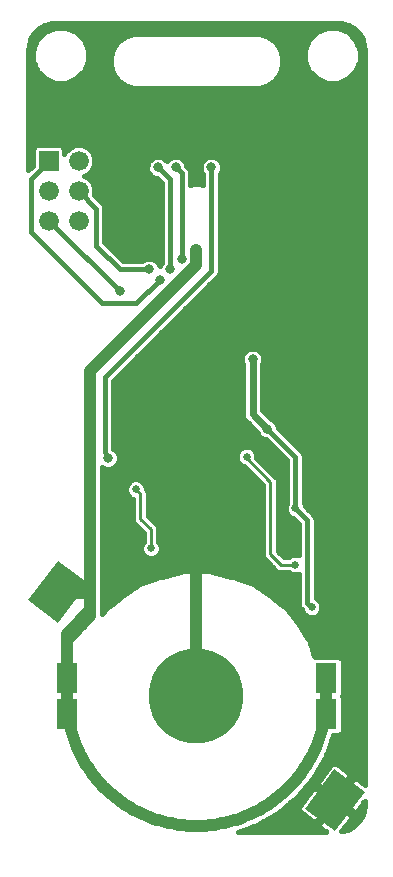
<source format=gbr>
G75*
%MOIN*%
%OFA0B0*%
%FSLAX25Y25*%
%IPPOS*%
%LPD*%
%AMOC8*
5,1,8,0,0,1.08239X$1,22.5*
%
%ADD10R,0.07000X0.10000*%
%ADD11C,0.31496*%
%ADD12R,0.06600X0.06600*%
%ADD13C,0.06600*%
%ADD14R,0.12598X0.16535*%
%ADD15C,0.01600*%
%ADD16C,0.03169*%
%ADD17C,0.04000*%
%ADD18C,0.02578*%
%ADD19C,0.02400*%
%ADD20C,0.03562*%
%ADD21C,0.03200*%
%ADD22C,0.01000*%
D10*
X0102362Y0054331D03*
X0015748Y0054331D03*
X0102362Y0042126D03*
X0015748Y0042126D03*
D11*
X0059055Y0048228D03*
D12*
X0009764Y0226535D03*
D13*
X0019764Y0226535D03*
X0009764Y0216535D03*
X0019764Y0216535D03*
X0009764Y0206535D03*
X0019764Y0206535D03*
D14*
G36*
X0013047Y0072546D02*
X0002987Y0080128D01*
X0012937Y0093332D01*
X0022997Y0085750D01*
X0013047Y0072546D01*
G37*
G36*
X0105173Y0003124D02*
X0095113Y0010706D01*
X0105063Y0023910D01*
X0115123Y0016328D01*
X0105173Y0003124D01*
G37*
D15*
X0067542Y0223700D02*
X0067542Y0225119D01*
X0066999Y0226429D01*
X0065996Y0227432D01*
X0064686Y0227975D01*
X0063267Y0227975D01*
X0061957Y0227432D01*
X0060954Y0226429D01*
X0060411Y0225119D01*
X0060411Y0223700D01*
X0060954Y0222390D01*
X0061195Y0222148D01*
X0061195Y0218522D01*
X0059945Y0219040D01*
X0058165Y0219040D01*
X0056915Y0218522D01*
X0056915Y0222994D01*
X0056492Y0224016D01*
X0055731Y0224777D01*
X0055731Y0225119D01*
X0055188Y0226429D01*
X0054185Y0227432D01*
X0052875Y0227975D01*
X0051456Y0227975D01*
X0050146Y0227432D01*
X0049213Y0226499D01*
X0048279Y0227432D01*
X0046969Y0227975D01*
X0045551Y0227975D01*
X0044240Y0227432D01*
X0043237Y0226429D01*
X0042694Y0225119D01*
X0042694Y0223700D01*
X0043237Y0222390D01*
X0044240Y0221387D01*
X0045551Y0220844D01*
X0045892Y0220844D01*
X0047416Y0219320D01*
X0047416Y0192714D01*
X0047174Y0192472D01*
X0046752Y0191453D01*
X0046330Y0192472D01*
X0045327Y0193475D01*
X0044016Y0194018D01*
X0042598Y0194018D01*
X0041287Y0193475D01*
X0041046Y0193234D01*
X0034617Y0193234D01*
X0028372Y0199479D01*
X0028372Y0210620D01*
X0028375Y0211164D01*
X0028372Y0211173D01*
X0028372Y0211183D01*
X0028163Y0211686D01*
X0027959Y0212189D01*
X0027952Y0212196D01*
X0027948Y0212205D01*
X0027564Y0212590D01*
X0024945Y0215244D01*
X0025045Y0215485D01*
X0025045Y0217586D01*
X0024241Y0219527D01*
X0022755Y0221013D01*
X0021493Y0221535D01*
X0022755Y0222058D01*
X0024241Y0223544D01*
X0025045Y0225485D01*
X0025045Y0227586D01*
X0024241Y0229527D01*
X0022755Y0231013D01*
X0020814Y0231817D01*
X0018713Y0231817D01*
X0016772Y0231013D01*
X0015287Y0229527D01*
X0015045Y0228943D01*
X0015045Y0230656D01*
X0013884Y0231817D01*
X0005643Y0231817D01*
X0004483Y0230656D01*
X0004483Y0225054D01*
X0002997Y0223508D01*
X0002997Y0263780D01*
X0003072Y0264930D01*
X0003668Y0267153D01*
X0004818Y0269145D01*
X0006445Y0270772D01*
X0008438Y0271923D01*
X0010661Y0272518D01*
X0011811Y0272594D01*
X0106299Y0272594D01*
X0107450Y0272518D01*
X0109672Y0271923D01*
X0111665Y0270772D01*
X0113292Y0269145D01*
X0114442Y0267153D01*
X0115038Y0264930D01*
X0115113Y0263780D01*
X0115113Y0018592D01*
X0111816Y0021076D01*
X0106239Y0013675D01*
X0104961Y0014638D01*
X0110538Y0022039D01*
X0105957Y0025491D01*
X0105518Y0025669D01*
X0105047Y0025727D01*
X0104578Y0025661D01*
X0104142Y0025476D01*
X0103768Y0025184D01*
X0099131Y0019030D01*
X0104961Y0014638D01*
X0103998Y0013360D01*
X0098168Y0017753D01*
X0093532Y0011599D01*
X0093354Y0011160D01*
X0093296Y0010690D01*
X0093362Y0010220D01*
X0093547Y0009784D01*
X0093839Y0009411D01*
X0098420Y0005958D01*
X0103998Y0013360D01*
X0105276Y0012397D01*
X0099698Y0004995D01*
X0102350Y0002997D01*
X0073044Y0002997D01*
X0079116Y0005207D01*
X0079116Y0005207D01*
X0086282Y0009344D01*
X0086282Y0009344D01*
X0092621Y0014663D01*
X0092621Y0014663D01*
X0097939Y0021001D01*
X0097939Y0021001D01*
X0102076Y0028167D01*
X0102076Y0028167D01*
X0104616Y0035145D01*
X0106683Y0035145D01*
X0107843Y0036305D01*
X0107843Y0047947D01*
X0107562Y0048228D01*
X0107843Y0048510D01*
X0107843Y0060151D01*
X0106683Y0061312D01*
X0098438Y0061312D01*
X0098397Y0061477D01*
X0098312Y0061528D01*
X0096792Y0066088D01*
X0096857Y0066414D01*
X0096510Y0066934D01*
X0096313Y0067527D01*
X0096016Y0067675D01*
X0092851Y0072423D01*
X0092863Y0072548D01*
X0092347Y0073179D01*
X0091895Y0073857D01*
X0091772Y0073881D01*
X0089161Y0077073D01*
X0089136Y0077323D01*
X0088593Y0077767D01*
X0088149Y0078309D01*
X0087900Y0078334D01*
X0084708Y0080945D01*
X0084684Y0081068D01*
X0084006Y0081520D01*
X0083375Y0082036D01*
X0083250Y0082024D01*
X0078502Y0085189D01*
X0078354Y0085486D01*
X0077761Y0085684D01*
X0077240Y0086030D01*
X0076915Y0085965D01*
X0072355Y0087486D01*
X0072304Y0087570D01*
X0071490Y0087774D01*
X0070695Y0088039D01*
X0070607Y0087995D01*
X0064133Y0089613D01*
X0063916Y0089830D01*
X0063267Y0089830D01*
X0062637Y0089987D01*
X0062374Y0089830D01*
X0055736Y0089830D01*
X0055474Y0089987D01*
X0054843Y0089830D01*
X0054194Y0089830D01*
X0053977Y0089613D01*
X0047504Y0087995D01*
X0047415Y0088039D01*
X0046620Y0087774D01*
X0045806Y0087570D01*
X0045756Y0087486D01*
X0041195Y0085965D01*
X0040870Y0086030D01*
X0040350Y0085684D01*
X0039756Y0085486D01*
X0039608Y0085189D01*
X0034860Y0082024D01*
X0034735Y0082036D01*
X0034105Y0081520D01*
X0033427Y0081068D01*
X0033402Y0080945D01*
X0030211Y0078334D01*
X0029961Y0078309D01*
X0029517Y0077767D01*
X0028974Y0077323D01*
X0028949Y0077073D01*
X0027629Y0075460D01*
X0027603Y0075904D01*
X0027603Y0082628D01*
X0027621Y0083371D01*
X0027603Y0083418D01*
X0027603Y0124399D01*
X0028818Y0123895D01*
X0030237Y0123895D01*
X0031547Y0124438D01*
X0032550Y0125441D01*
X0033093Y0126751D01*
X0033093Y0128170D01*
X0032550Y0129480D01*
X0031547Y0130483D01*
X0031324Y0130575D01*
X0031324Y0153376D01*
X0065552Y0187603D01*
X0066334Y0188385D01*
X0066757Y0189407D01*
X0066757Y0222148D01*
X0066999Y0222390D01*
X0067542Y0223700D01*
X0047161Y0096882D02*
X0047161Y0098183D01*
X0046663Y0099385D01*
X0046372Y0099676D01*
X0046372Y0104241D01*
X0045994Y0105153D01*
X0042835Y0108311D01*
X0042835Y0116143D01*
X0042458Y0117055D01*
X0042148Y0117365D01*
X0042148Y0117776D01*
X0041650Y0118978D01*
X0040730Y0119898D01*
X0039528Y0120396D01*
X0038227Y0120396D01*
X0037026Y0119898D01*
X0036106Y0118978D01*
X0035608Y0117776D01*
X0035608Y0116476D01*
X0036106Y0115274D01*
X0037026Y0114354D01*
X0037873Y0114003D01*
X0037873Y0106790D01*
X0038251Y0105878D01*
X0038949Y0105180D01*
X0041410Y0102719D01*
X0041410Y0099676D01*
X0041118Y0099385D01*
X0040621Y0098183D01*
X0040621Y0096882D01*
X0041118Y0095680D01*
X0042038Y0094760D01*
X0043240Y0094262D01*
X0044541Y0094262D01*
X0045743Y0094760D01*
X0046663Y0095680D01*
X0047161Y0096882D01*
X0100711Y0077105D02*
X0100711Y0078406D01*
X0100213Y0079608D01*
X0099293Y0080528D01*
X0098746Y0080755D01*
X0098746Y0107345D01*
X0098322Y0108367D01*
X0097540Y0109149D01*
X0095289Y0111400D01*
X0094809Y0112559D01*
X0094809Y0128506D01*
X0094385Y0129528D01*
X0093603Y0130310D01*
X0086243Y0137671D01*
X0086243Y0138012D01*
X0085700Y0139323D01*
X0084697Y0140326D01*
X0083769Y0140710D01*
X0080937Y0143542D01*
X0080937Y0158796D01*
X0081321Y0159724D01*
X0081321Y0161142D01*
X0080778Y0162453D01*
X0079776Y0163456D01*
X0078465Y0163998D01*
X0077047Y0163998D01*
X0075736Y0163456D01*
X0074733Y0162453D01*
X0074191Y0161142D01*
X0074191Y0159724D01*
X0074575Y0158796D01*
X0074575Y0141592D01*
X0075059Y0140422D01*
X0075954Y0139528D01*
X0079270Y0136211D01*
X0079655Y0135284D01*
X0080658Y0134281D01*
X0081968Y0133738D01*
X0082309Y0133738D01*
X0089246Y0126801D01*
X0089246Y0112559D01*
X0088757Y0111379D01*
X0088757Y0110078D01*
X0089255Y0108876D01*
X0090175Y0107956D01*
X0091356Y0107467D01*
X0093183Y0105639D01*
X0093183Y0095088D01*
X0092678Y0095298D01*
X0091377Y0095298D01*
X0090175Y0094800D01*
X0089884Y0094509D01*
X0088134Y0094509D01*
X0086143Y0096500D01*
X0086143Y0120080D01*
X0085765Y0120992D01*
X0085067Y0121690D01*
X0079057Y0127699D01*
X0079057Y0128603D01*
X0078560Y0129805D01*
X0077640Y0130725D01*
X0076438Y0131223D01*
X0075137Y0131223D01*
X0073935Y0130725D01*
X0073015Y0129805D01*
X0072517Y0128603D01*
X0072517Y0127302D01*
X0073015Y0126100D01*
X0073935Y0125181D01*
X0075000Y0124740D01*
X0081180Y0118559D01*
X0081180Y0094979D01*
X0081558Y0094067D01*
X0085701Y0089924D01*
X0086613Y0089546D01*
X0089884Y0089546D01*
X0090175Y0089255D01*
X0091377Y0088757D01*
X0092678Y0088757D01*
X0093183Y0088967D01*
X0093183Y0078679D01*
X0093607Y0077657D01*
X0094180Y0077084D01*
X0094669Y0075904D01*
X0095589Y0074984D01*
X0096790Y0074486D01*
X0098091Y0074486D01*
X0099293Y0074984D01*
X0100213Y0075904D01*
X0100711Y0077105D01*
X0030468Y0260439D02*
X0030468Y0258433D01*
X0031339Y0255751D01*
X0031339Y0255751D01*
X0032997Y0253469D01*
X0032997Y0253469D01*
X0032997Y0253469D01*
X0035278Y0251812D01*
X0035278Y0251812D01*
X0037960Y0250940D01*
X0080150Y0250940D01*
X0082832Y0251812D01*
X0082832Y0251812D01*
X0085114Y0253469D01*
X0085114Y0253469D01*
X0085114Y0253469D01*
X0086771Y0255751D01*
X0086771Y0255751D01*
X0087643Y0258433D01*
X0087643Y0261253D01*
X0086771Y0263934D01*
X0086771Y0263934D01*
X0085114Y0266216D01*
X0085114Y0266216D01*
X0085114Y0266216D01*
X0082832Y0267873D01*
X0082832Y0267873D01*
X0080150Y0268745D01*
X0037960Y0268745D01*
X0035278Y0267873D01*
X0035278Y0267873D01*
X0032997Y0266216D01*
X0032997Y0266216D01*
X0032997Y0266216D01*
X0031339Y0263934D01*
X0030468Y0261253D01*
X0030468Y0260439D01*
X0113430Y0260001D02*
X0113430Y0263621D01*
X0112045Y0266965D01*
X0109485Y0269525D01*
X0106141Y0270910D01*
X0102521Y0270910D01*
X0099176Y0269525D01*
X0096617Y0266965D01*
X0095231Y0263621D01*
X0095231Y0260001D01*
X0096617Y0256657D01*
X0099176Y0254097D01*
X0102521Y0252712D01*
X0106141Y0252712D01*
X0109485Y0254097D01*
X0112045Y0256657D01*
X0113430Y0260001D01*
X0022879Y0260001D02*
X0022879Y0263621D01*
X0021493Y0266965D01*
X0018934Y0269525D01*
X0015589Y0270910D01*
X0011970Y0270910D01*
X0008625Y0269525D01*
X0006066Y0266965D01*
X0004680Y0263621D01*
X0004680Y0260001D01*
X0006066Y0256657D01*
X0008625Y0254097D01*
X0011970Y0252712D01*
X0015589Y0252712D01*
X0018934Y0254097D01*
X0021493Y0256657D01*
X0022879Y0260001D01*
X0112068Y0009282D02*
X0115113Y0013324D01*
X0115113Y0011811D01*
X0115038Y0010661D01*
X0114442Y0008438D01*
X0113292Y0006445D01*
X0111665Y0004818D01*
X0109672Y0003668D01*
X0107450Y0003072D01*
X0107385Y0003068D01*
X0111105Y0008004D01*
X0105276Y0012397D01*
X0106239Y0013675D01*
X0112068Y0009282D01*
X0102085Y0003197D02*
X0073594Y0003197D01*
X0107483Y0003197D02*
X0107915Y0003197D01*
X0099963Y0004796D02*
X0077986Y0004796D01*
X0108687Y0004796D02*
X0111626Y0004796D01*
X0097842Y0006394D02*
X0081172Y0006394D01*
X0098749Y0006394D02*
X0100752Y0006394D01*
X0109892Y0006394D02*
X0113241Y0006394D01*
X0095721Y0007993D02*
X0083941Y0007993D01*
X0099953Y0007993D02*
X0101957Y0007993D01*
X0111096Y0007993D02*
X0114185Y0007993D01*
X0093698Y0009591D02*
X0086576Y0009591D01*
X0101158Y0009591D02*
X0103161Y0009591D01*
X0108999Y0009591D02*
X0111658Y0009591D01*
X0112301Y0009591D02*
X0114751Y0009591D01*
X0093366Y0011190D02*
X0088481Y0011190D01*
X0102362Y0011190D02*
X0104366Y0011190D01*
X0106878Y0011190D02*
X0109536Y0011190D01*
X0113505Y0011190D02*
X0115073Y0011190D01*
X0094427Y0012788D02*
X0090386Y0012788D01*
X0103567Y0012788D02*
X0104757Y0012788D01*
X0105570Y0012788D02*
X0107415Y0012788D01*
X0114710Y0012788D02*
X0115113Y0012788D01*
X0095632Y0014387D02*
X0092291Y0014387D01*
X0102635Y0014387D02*
X0104771Y0014387D01*
X0105294Y0014387D02*
X0106775Y0014387D01*
X0096836Y0015985D02*
X0093730Y0015985D01*
X0100514Y0015985D02*
X0103173Y0015985D01*
X0105976Y0015985D02*
X0107979Y0015985D01*
X0098041Y0017584D02*
X0095071Y0017584D01*
X0098393Y0017584D02*
X0101051Y0017584D01*
X0107181Y0017584D02*
X0109184Y0017584D01*
X0099246Y0019182D02*
X0096413Y0019182D01*
X0108385Y0019182D02*
X0110389Y0019182D01*
X0114330Y0019182D02*
X0115113Y0019182D01*
X0100450Y0020781D02*
X0097754Y0020781D01*
X0109590Y0020781D02*
X0111593Y0020781D01*
X0112208Y0020781D02*
X0115113Y0020781D01*
X0101655Y0022379D02*
X0098735Y0022379D01*
X0110087Y0022379D02*
X0115113Y0022379D01*
X0102859Y0023978D02*
X0099658Y0023978D01*
X0107966Y0023978D02*
X0115113Y0023978D01*
X0104379Y0025576D02*
X0100581Y0025576D01*
X0105747Y0025576D02*
X0115113Y0025576D01*
X0115113Y0027175D02*
X0101503Y0027175D01*
X0102297Y0028773D02*
X0115113Y0028773D01*
X0115113Y0030372D02*
X0102879Y0030372D01*
X0103461Y0031970D02*
X0115113Y0031970D01*
X0115113Y0033569D02*
X0104042Y0033569D01*
X0106705Y0035167D02*
X0115113Y0035167D01*
X0115113Y0036766D02*
X0107843Y0036766D01*
X0107843Y0038364D02*
X0115113Y0038364D01*
X0115113Y0039963D02*
X0107843Y0039963D01*
X0107843Y0041561D02*
X0115113Y0041561D01*
X0115113Y0043160D02*
X0107843Y0043160D01*
X0107843Y0044758D02*
X0115113Y0044758D01*
X0115113Y0046357D02*
X0107843Y0046357D01*
X0107835Y0047955D02*
X0115113Y0047955D01*
X0115113Y0049554D02*
X0107843Y0049554D01*
X0107843Y0051152D02*
X0115113Y0051152D01*
X0115113Y0052751D02*
X0107843Y0052751D01*
X0107843Y0054349D02*
X0115113Y0054349D01*
X0115113Y0055948D02*
X0107843Y0055948D01*
X0107843Y0057546D02*
X0115113Y0057546D01*
X0115113Y0059145D02*
X0107843Y0059145D01*
X0107251Y0060743D02*
X0115113Y0060743D01*
X0115113Y0062342D02*
X0098041Y0062342D01*
X0097508Y0063940D02*
X0115113Y0063940D01*
X0115113Y0065539D02*
X0096975Y0065539D01*
X0096442Y0067137D02*
X0115113Y0067137D01*
X0115113Y0068736D02*
X0095309Y0068736D01*
X0094243Y0070334D02*
X0115113Y0070334D01*
X0115113Y0071933D02*
X0093178Y0071933D01*
X0092112Y0073532D02*
X0115113Y0073532D01*
X0095442Y0075130D02*
X0090751Y0075130D01*
X0099440Y0075130D02*
X0115113Y0075130D01*
X0028668Y0076729D02*
X0027603Y0076729D01*
X0089443Y0076729D02*
X0094327Y0076729D01*
X0100555Y0076729D02*
X0115113Y0076729D01*
X0030140Y0078327D02*
X0027603Y0078327D01*
X0087971Y0078327D02*
X0093329Y0078327D01*
X0100711Y0078327D02*
X0115113Y0078327D01*
X0032156Y0079926D02*
X0027603Y0079926D01*
X0085955Y0079926D02*
X0093183Y0079926D01*
X0099896Y0079926D02*
X0115113Y0079926D01*
X0034109Y0081524D02*
X0027603Y0081524D01*
X0084001Y0081524D02*
X0093183Y0081524D01*
X0098746Y0081524D02*
X0115113Y0081524D01*
X0036508Y0083123D02*
X0027615Y0083123D01*
X0081602Y0083123D02*
X0093183Y0083123D01*
X0098746Y0083123D02*
X0115113Y0083123D01*
X0038906Y0084721D02*
X0027603Y0084721D01*
X0079204Y0084721D02*
X0093183Y0084721D01*
X0098746Y0084721D02*
X0115113Y0084721D01*
X0042258Y0086320D02*
X0027603Y0086320D01*
X0075852Y0086320D02*
X0093183Y0086320D01*
X0098746Y0086320D02*
X0115113Y0086320D01*
X0047053Y0087918D02*
X0027603Y0087918D01*
X0071057Y0087918D02*
X0093183Y0087918D01*
X0098746Y0087918D02*
X0115113Y0087918D01*
X0053592Y0089517D02*
X0027603Y0089517D01*
X0064518Y0089517D02*
X0089914Y0089517D01*
X0098746Y0089517D02*
X0115113Y0089517D01*
X0084510Y0091115D02*
X0027603Y0091115D01*
X0098746Y0091115D02*
X0115113Y0091115D01*
X0082911Y0092714D02*
X0027603Y0092714D01*
X0098746Y0092714D02*
X0115113Y0092714D01*
X0043120Y0094312D02*
X0027603Y0094312D01*
X0044661Y0094312D02*
X0081456Y0094312D01*
X0098746Y0094312D02*
X0115113Y0094312D01*
X0041023Y0095911D02*
X0027603Y0095911D01*
X0046758Y0095911D02*
X0081180Y0095911D01*
X0086732Y0095911D02*
X0093183Y0095911D01*
X0098746Y0095911D02*
X0115113Y0095911D01*
X0040621Y0097509D02*
X0027603Y0097509D01*
X0047161Y0097509D02*
X0081180Y0097509D01*
X0086143Y0097509D02*
X0093183Y0097509D01*
X0098746Y0097509D02*
X0115113Y0097509D01*
X0041004Y0099108D02*
X0027603Y0099108D01*
X0046778Y0099108D02*
X0081180Y0099108D01*
X0086143Y0099108D02*
X0093183Y0099108D01*
X0098746Y0099108D02*
X0115113Y0099108D01*
X0041410Y0100706D02*
X0027603Y0100706D01*
X0046372Y0100706D02*
X0081180Y0100706D01*
X0086143Y0100706D02*
X0093183Y0100706D01*
X0098746Y0100706D02*
X0115113Y0100706D01*
X0041410Y0102305D02*
X0027603Y0102305D01*
X0046372Y0102305D02*
X0081180Y0102305D01*
X0086143Y0102305D02*
X0093183Y0102305D01*
X0098746Y0102305D02*
X0115113Y0102305D01*
X0040226Y0103903D02*
X0027603Y0103903D01*
X0046372Y0103903D02*
X0081180Y0103903D01*
X0086143Y0103903D02*
X0093183Y0103903D01*
X0098746Y0103903D02*
X0115113Y0103903D01*
X0038627Y0105502D02*
X0027603Y0105502D01*
X0045645Y0105502D02*
X0081180Y0105502D01*
X0086143Y0105502D02*
X0093183Y0105502D01*
X0098746Y0105502D02*
X0115113Y0105502D01*
X0037873Y0107100D02*
X0027603Y0107100D01*
X0044046Y0107100D02*
X0081180Y0107100D01*
X0086143Y0107100D02*
X0091723Y0107100D01*
X0098746Y0107100D02*
X0115113Y0107100D01*
X0037873Y0108699D02*
X0027603Y0108699D01*
X0042835Y0108699D02*
X0081180Y0108699D01*
X0086143Y0108699D02*
X0089433Y0108699D01*
X0097990Y0108699D02*
X0115113Y0108699D01*
X0037873Y0110297D02*
X0027603Y0110297D01*
X0042835Y0110297D02*
X0081180Y0110297D01*
X0086143Y0110297D02*
X0088757Y0110297D01*
X0096392Y0110297D02*
X0115113Y0110297D01*
X0037873Y0111896D02*
X0027603Y0111896D01*
X0042835Y0111896D02*
X0081180Y0111896D01*
X0086143Y0111896D02*
X0088972Y0111896D01*
X0095083Y0111896D02*
X0115113Y0111896D01*
X0037873Y0113494D02*
X0027603Y0113494D01*
X0042835Y0113494D02*
X0081180Y0113494D01*
X0086143Y0113494D02*
X0089246Y0113494D01*
X0094809Y0113494D02*
X0115113Y0113494D01*
X0036287Y0115093D02*
X0027603Y0115093D01*
X0042835Y0115093D02*
X0081180Y0115093D01*
X0086143Y0115093D02*
X0089246Y0115093D01*
X0094809Y0115093D02*
X0115113Y0115093D01*
X0035608Y0116691D02*
X0027603Y0116691D01*
X0042608Y0116691D02*
X0081180Y0116691D01*
X0086143Y0116691D02*
X0089246Y0116691D01*
X0094809Y0116691D02*
X0115113Y0116691D01*
X0035821Y0118290D02*
X0027603Y0118290D01*
X0041935Y0118290D02*
X0081180Y0118290D01*
X0086143Y0118290D02*
X0089246Y0118290D01*
X0094809Y0118290D02*
X0115113Y0118290D01*
X0037016Y0119888D02*
X0027603Y0119888D01*
X0040740Y0119888D02*
X0079851Y0119888D01*
X0086143Y0119888D02*
X0089246Y0119888D01*
X0094809Y0119888D02*
X0115113Y0119888D01*
X0078252Y0121487D02*
X0027603Y0121487D01*
X0085270Y0121487D02*
X0089246Y0121487D01*
X0094809Y0121487D02*
X0115113Y0121487D01*
X0076654Y0123085D02*
X0027603Y0123085D01*
X0083671Y0123085D02*
X0089246Y0123085D01*
X0094809Y0123085D02*
X0115113Y0123085D01*
X0075055Y0124684D02*
X0031793Y0124684D01*
X0082073Y0124684D02*
X0089246Y0124684D01*
X0094809Y0124684D02*
X0115113Y0124684D01*
X0072940Y0126282D02*
X0032899Y0126282D01*
X0080474Y0126282D02*
X0089246Y0126282D01*
X0094809Y0126282D02*
X0115113Y0126282D01*
X0072517Y0127881D02*
X0033093Y0127881D01*
X0079057Y0127881D02*
X0088166Y0127881D01*
X0094809Y0127881D02*
X0115113Y0127881D01*
X0072880Y0129479D02*
X0032550Y0129479D01*
X0078695Y0129479D02*
X0086568Y0129479D01*
X0094405Y0129479D02*
X0115113Y0129479D01*
X0074787Y0131078D02*
X0031324Y0131078D01*
X0076788Y0131078D02*
X0084969Y0131078D01*
X0092835Y0131078D02*
X0115113Y0131078D01*
X0083371Y0132676D02*
X0031324Y0132676D01*
X0091237Y0132676D02*
X0115113Y0132676D01*
X0080671Y0134275D02*
X0031324Y0134275D01*
X0089638Y0134275D02*
X0115113Y0134275D01*
X0079410Y0135873D02*
X0031324Y0135873D01*
X0088040Y0135873D02*
X0115113Y0135873D01*
X0078010Y0137472D02*
X0031324Y0137472D01*
X0086441Y0137472D02*
X0115113Y0137472D01*
X0076411Y0139070D02*
X0031324Y0139070D01*
X0085804Y0139070D02*
X0115113Y0139070D01*
X0074957Y0140669D02*
X0031324Y0140669D01*
X0083868Y0140669D02*
X0115113Y0140669D01*
X0074575Y0142268D02*
X0031324Y0142268D01*
X0082212Y0142268D02*
X0115113Y0142268D01*
X0074575Y0143866D02*
X0031324Y0143866D01*
X0080937Y0143866D02*
X0115113Y0143866D01*
X0074575Y0145465D02*
X0031324Y0145465D01*
X0080937Y0145465D02*
X0115113Y0145465D01*
X0074575Y0147063D02*
X0031324Y0147063D01*
X0080937Y0147063D02*
X0115113Y0147063D01*
X0074575Y0148662D02*
X0031324Y0148662D01*
X0080937Y0148662D02*
X0115113Y0148662D01*
X0074575Y0150260D02*
X0031324Y0150260D01*
X0080937Y0150260D02*
X0115113Y0150260D01*
X0074575Y0151859D02*
X0031324Y0151859D01*
X0080937Y0151859D02*
X0115113Y0151859D01*
X0074575Y0153457D02*
X0031406Y0153457D01*
X0080937Y0153457D02*
X0115113Y0153457D01*
X0074575Y0155056D02*
X0033004Y0155056D01*
X0080937Y0155056D02*
X0115113Y0155056D01*
X0074575Y0156654D02*
X0034603Y0156654D01*
X0080937Y0156654D02*
X0115113Y0156654D01*
X0074575Y0158253D02*
X0036201Y0158253D01*
X0080937Y0158253D02*
X0115113Y0158253D01*
X0074191Y0159851D02*
X0037800Y0159851D01*
X0081321Y0159851D02*
X0115113Y0159851D01*
X0074318Y0161450D02*
X0039398Y0161450D01*
X0081194Y0161450D02*
X0115113Y0161450D01*
X0075329Y0163048D02*
X0040997Y0163048D01*
X0080183Y0163048D02*
X0115113Y0163048D01*
X0115113Y0164647D02*
X0042595Y0164647D01*
X0044194Y0166245D02*
X0115113Y0166245D01*
X0115113Y0167844D02*
X0045792Y0167844D01*
X0047391Y0169442D02*
X0115113Y0169442D01*
X0115113Y0171041D02*
X0048990Y0171041D01*
X0050588Y0172639D02*
X0115113Y0172639D01*
X0115113Y0174238D02*
X0052187Y0174238D01*
X0053785Y0175836D02*
X0115113Y0175836D01*
X0115113Y0177435D02*
X0055384Y0177435D01*
X0056982Y0179033D02*
X0115113Y0179033D01*
X0115113Y0180632D02*
X0058581Y0180632D01*
X0060179Y0182230D02*
X0115113Y0182230D01*
X0115113Y0183829D02*
X0061778Y0183829D01*
X0063376Y0185427D02*
X0115113Y0185427D01*
X0115113Y0187026D02*
X0064975Y0187026D01*
X0066433Y0188624D02*
X0115113Y0188624D01*
X0115113Y0190223D02*
X0066757Y0190223D01*
X0046905Y0191821D02*
X0046599Y0191821D01*
X0066757Y0191821D02*
X0115113Y0191821D01*
X0041232Y0193420D02*
X0034430Y0193420D01*
X0045382Y0193420D02*
X0047416Y0193420D01*
X0066757Y0193420D02*
X0115113Y0193420D01*
X0047416Y0195018D02*
X0032832Y0195018D01*
X0066757Y0195018D02*
X0115113Y0195018D01*
X0047416Y0196617D02*
X0031233Y0196617D01*
X0066757Y0196617D02*
X0115113Y0196617D01*
X0047416Y0198215D02*
X0029635Y0198215D01*
X0066757Y0198215D02*
X0115113Y0198215D01*
X0047416Y0199814D02*
X0028372Y0199814D01*
X0066757Y0199814D02*
X0115113Y0199814D01*
X0047416Y0201412D02*
X0028372Y0201412D01*
X0066757Y0201412D02*
X0115113Y0201412D01*
X0047416Y0203011D02*
X0028372Y0203011D01*
X0066757Y0203011D02*
X0115113Y0203011D01*
X0047416Y0204609D02*
X0028372Y0204609D01*
X0066757Y0204609D02*
X0115113Y0204609D01*
X0047416Y0206208D02*
X0028372Y0206208D01*
X0066757Y0206208D02*
X0115113Y0206208D01*
X0047416Y0207806D02*
X0028372Y0207806D01*
X0066757Y0207806D02*
X0115113Y0207806D01*
X0047416Y0209405D02*
X0028372Y0209405D01*
X0066757Y0209405D02*
X0115113Y0209405D01*
X0047416Y0211003D02*
X0028374Y0211003D01*
X0066757Y0211003D02*
X0115113Y0211003D01*
X0047416Y0212602D02*
X0027552Y0212602D01*
X0066757Y0212602D02*
X0115113Y0212602D01*
X0047416Y0214201D02*
X0025974Y0214201D01*
X0066757Y0214201D02*
X0115113Y0214201D01*
X0047416Y0215799D02*
X0025045Y0215799D01*
X0066757Y0215799D02*
X0115113Y0215799D01*
X0047416Y0217398D02*
X0025045Y0217398D01*
X0066757Y0217398D02*
X0115113Y0217398D01*
X0047416Y0218996D02*
X0024461Y0218996D01*
X0056915Y0218996D02*
X0058059Y0218996D01*
X0060051Y0218996D02*
X0061195Y0218996D01*
X0066757Y0218996D02*
X0115113Y0218996D01*
X0046142Y0220595D02*
X0023173Y0220595D01*
X0056915Y0220595D02*
X0061195Y0220595D01*
X0066757Y0220595D02*
X0115113Y0220595D01*
X0043434Y0222193D02*
X0022890Y0222193D01*
X0056915Y0222193D02*
X0061151Y0222193D01*
X0066802Y0222193D02*
X0115113Y0222193D01*
X0003270Y0223792D02*
X0002997Y0223792D01*
X0024343Y0223792D02*
X0042694Y0223792D01*
X0056585Y0223792D02*
X0060411Y0223792D01*
X0067542Y0223792D02*
X0115113Y0223792D01*
X0004483Y0225390D02*
X0002997Y0225390D01*
X0025006Y0225390D02*
X0042807Y0225390D01*
X0055618Y0225390D02*
X0060523Y0225390D01*
X0067429Y0225390D02*
X0115113Y0225390D01*
X0004483Y0226989D02*
X0002997Y0226989D01*
X0025045Y0226989D02*
X0043797Y0226989D01*
X0048723Y0226989D02*
X0049702Y0226989D01*
X0054628Y0226989D02*
X0061513Y0226989D01*
X0066439Y0226989D02*
X0115113Y0226989D01*
X0004483Y0228587D02*
X0002997Y0228587D01*
X0024630Y0228587D02*
X0115113Y0228587D01*
X0004483Y0230186D02*
X0002997Y0230186D01*
X0015045Y0230186D02*
X0015945Y0230186D01*
X0023582Y0230186D02*
X0115113Y0230186D01*
X0005611Y0231784D02*
X0002997Y0231784D01*
X0013917Y0231784D02*
X0018635Y0231784D01*
X0020892Y0231784D02*
X0115113Y0231784D01*
X0115113Y0233383D02*
X0002997Y0233383D01*
X0002997Y0234981D02*
X0115113Y0234981D01*
X0115113Y0236580D02*
X0002997Y0236580D01*
X0002997Y0238178D02*
X0115113Y0238178D01*
X0115113Y0239777D02*
X0002997Y0239777D01*
X0002997Y0241375D02*
X0115113Y0241375D01*
X0115113Y0242974D02*
X0002997Y0242974D01*
X0002997Y0244572D02*
X0115113Y0244572D01*
X0115113Y0246171D02*
X0002997Y0246171D01*
X0002997Y0247769D02*
X0115113Y0247769D01*
X0115113Y0249368D02*
X0002997Y0249368D01*
X0002997Y0250966D02*
X0037880Y0250966D01*
X0080231Y0250966D02*
X0115113Y0250966D01*
X0034241Y0252565D02*
X0002997Y0252565D01*
X0083869Y0252565D02*
X0115113Y0252565D01*
X0008559Y0254163D02*
X0002997Y0254163D01*
X0019000Y0254163D02*
X0032492Y0254163D01*
X0085618Y0254163D02*
X0099110Y0254163D01*
X0109551Y0254163D02*
X0115113Y0254163D01*
X0006961Y0255762D02*
X0002997Y0255762D01*
X0020599Y0255762D02*
X0031335Y0255762D01*
X0086775Y0255762D02*
X0097512Y0255762D01*
X0111150Y0255762D02*
X0115113Y0255762D01*
X0005774Y0257360D02*
X0002997Y0257360D01*
X0021785Y0257360D02*
X0030816Y0257360D01*
X0087294Y0257360D02*
X0096325Y0257360D01*
X0112336Y0257360D02*
X0115113Y0257360D01*
X0005112Y0258959D02*
X0002997Y0258959D01*
X0022447Y0258959D02*
X0030468Y0258959D01*
X0087643Y0258959D02*
X0095663Y0258959D01*
X0112998Y0258959D02*
X0115113Y0258959D01*
X0004680Y0260557D02*
X0002997Y0260557D01*
X0022879Y0260557D02*
X0030468Y0260557D01*
X0087643Y0260557D02*
X0095231Y0260557D01*
X0113430Y0260557D02*
X0115113Y0260557D01*
X0004680Y0262156D02*
X0002997Y0262156D01*
X0022879Y0262156D02*
X0030761Y0262156D01*
X0087349Y0262156D02*
X0095231Y0262156D01*
X0113430Y0262156D02*
X0115113Y0262156D01*
X0004736Y0263754D02*
X0002997Y0263754D01*
X0022823Y0263754D02*
X0031281Y0263754D01*
X0086830Y0263754D02*
X0095287Y0263754D01*
X0113375Y0263754D02*
X0115113Y0263754D01*
X0005398Y0265353D02*
X0003186Y0265353D01*
X0022161Y0265353D02*
X0032370Y0265353D01*
X0085741Y0265353D02*
X0095949Y0265353D01*
X0112713Y0265353D02*
X0114925Y0265353D01*
X0006060Y0266951D02*
X0003614Y0266951D01*
X0021499Y0266951D02*
X0034009Y0266951D01*
X0084101Y0266951D02*
X0096611Y0266951D01*
X0112050Y0266951D02*
X0114496Y0266951D01*
X0007650Y0268550D02*
X0004475Y0268550D01*
X0019909Y0268550D02*
X0037360Y0268550D01*
X0080750Y0268550D02*
X0098201Y0268550D01*
X0110460Y0268550D02*
X0113636Y0268550D01*
X0010130Y0270148D02*
X0005821Y0270148D01*
X0017429Y0270148D02*
X0100682Y0270148D01*
X0107980Y0270148D02*
X0112289Y0270148D01*
X0109977Y0271747D02*
X0008133Y0271747D01*
X0082677Y0137303D02*
X0092028Y0127953D01*
X0092028Y0110728D01*
X0095965Y0106791D01*
X0097441Y0077756D02*
X0095965Y0079232D01*
X0095965Y0106791D01*
X0028543Y0154528D02*
X0063976Y0189961D01*
X0063976Y0224409D01*
X0028543Y0154528D02*
X0028543Y0129429D01*
X0029528Y0127461D01*
X0009764Y0226535D02*
X0003937Y0220472D01*
X0003937Y0202756D01*
X0027559Y0179134D01*
X0038878Y0179134D01*
X0046752Y0187008D01*
X0019764Y0216535D02*
X0025591Y0210630D01*
X0025591Y0198327D01*
X0033465Y0190453D01*
X0043307Y0190453D01*
X0009764Y0206535D02*
X0011319Y0205217D01*
X0033465Y0183071D01*
X0050197Y0190453D02*
X0050197Y0220472D01*
X0046260Y0224409D01*
X0054134Y0193898D02*
X0054134Y0222441D01*
X0052165Y0224409D01*
D16*
X0059055Y0092520D03*
X0063231Y0092520D03*
X0054879Y0092520D03*
X0028543Y0102362D03*
X0075787Y0102362D03*
X0067913Y0175197D03*
X0070866Y0172244D03*
X0029528Y0122047D03*
X0029528Y0117126D03*
X0040354Y0152559D03*
X0059055Y0229823D03*
X0036909Y0156004D03*
X0010335Y0243110D03*
X0044783Y0122047D03*
X0044783Y0117126D03*
X0073819Y0107776D03*
X0070374Y0111220D03*
X0102854Y0200295D03*
X0082677Y0212598D03*
X0092520Y0212598D03*
X0112205Y0027559D03*
X0112205Y0022638D03*
X0076772Y0187992D03*
X0079724Y0182087D03*
X0095472Y0171260D03*
X0103346Y0163386D03*
X0103346Y0168307D03*
X0098425Y0129921D03*
X0076772Y0134843D03*
X0030020Y0206693D03*
X0030020Y0211614D03*
X0102362Y0147146D03*
X0082677Y0137303D03*
X0077756Y0160433D03*
X0063976Y0224409D03*
X0029528Y0127461D03*
X0016732Y0068898D03*
X0019685Y0071850D03*
X0022638Y0074803D03*
X0046752Y0187008D03*
X0043307Y0190453D03*
X0033465Y0183071D03*
X0046260Y0224409D03*
X0050197Y0190453D03*
X0052165Y0224409D03*
X0054134Y0193898D03*
D17*
X0059055Y0092520D02*
X0059055Y0048228D01*
X0059055Y0196850D02*
X0059055Y0191929D01*
X0023622Y0156496D01*
X0023622Y0082677D01*
X0023622Y0075787D01*
X0015748Y0066929D01*
X0015748Y0054331D01*
X0015748Y0048228D01*
X0015761Y0047182D01*
X0015799Y0046136D01*
X0015862Y0045091D01*
X0015950Y0044048D01*
X0016064Y0043008D01*
X0016202Y0041971D01*
X0016366Y0040937D01*
X0016555Y0039908D01*
X0016768Y0038883D01*
X0017006Y0037864D01*
X0017269Y0036851D01*
X0017556Y0035845D01*
X0017868Y0034845D01*
X0018203Y0033854D01*
X0018562Y0032871D01*
X0018945Y0031897D01*
X0019351Y0030933D01*
X0019781Y0029978D01*
X0020233Y0029035D01*
X0020709Y0028102D01*
X0021206Y0027182D01*
X0021726Y0026273D01*
X0022267Y0025377D01*
X0022830Y0024495D01*
X0023414Y0023627D01*
X0024019Y0022773D01*
X0024644Y0021934D01*
X0025290Y0021110D01*
X0025955Y0020302D01*
X0026639Y0019510D01*
X0027343Y0018735D01*
X0028065Y0017978D01*
X0028805Y0017238D01*
X0029562Y0016516D01*
X0030337Y0015812D01*
X0031129Y0015128D01*
X0031937Y0014463D01*
X0032761Y0013817D01*
X0033600Y0013192D01*
X0034454Y0012587D01*
X0035322Y0012003D01*
X0036204Y0011440D01*
X0037100Y0010899D01*
X0038009Y0010379D01*
X0038929Y0009882D01*
X0039862Y0009406D01*
X0040805Y0008954D01*
X0041760Y0008524D01*
X0042724Y0008118D01*
X0043698Y0007735D01*
X0044681Y0007376D01*
X0045672Y0007041D01*
X0046672Y0006729D01*
X0047678Y0006442D01*
X0048691Y0006179D01*
X0049710Y0005941D01*
X0050735Y0005728D01*
X0051764Y0005539D01*
X0052798Y0005375D01*
X0053835Y0005237D01*
X0054875Y0005123D01*
X0055918Y0005035D01*
X0056963Y0004972D01*
X0058009Y0004934D01*
X0059055Y0004921D01*
X0060101Y0004934D01*
X0061147Y0004972D01*
X0062192Y0005035D01*
X0063235Y0005123D01*
X0064275Y0005237D01*
X0065312Y0005375D01*
X0066346Y0005539D01*
X0067375Y0005728D01*
X0068400Y0005941D01*
X0069419Y0006179D01*
X0070432Y0006442D01*
X0071438Y0006729D01*
X0072438Y0007041D01*
X0073429Y0007376D01*
X0074412Y0007735D01*
X0075386Y0008118D01*
X0076350Y0008524D01*
X0077305Y0008954D01*
X0078248Y0009406D01*
X0079181Y0009882D01*
X0080101Y0010379D01*
X0081010Y0010899D01*
X0081906Y0011440D01*
X0082788Y0012003D01*
X0083656Y0012587D01*
X0084510Y0013192D01*
X0085349Y0013817D01*
X0086173Y0014463D01*
X0086981Y0015128D01*
X0087773Y0015812D01*
X0088548Y0016516D01*
X0089305Y0017238D01*
X0090045Y0017978D01*
X0090767Y0018735D01*
X0091471Y0019510D01*
X0092155Y0020302D01*
X0092820Y0021110D01*
X0093466Y0021934D01*
X0094091Y0022773D01*
X0094696Y0023627D01*
X0095280Y0024495D01*
X0095843Y0025377D01*
X0096384Y0026273D01*
X0096904Y0027182D01*
X0097401Y0028102D01*
X0097877Y0029035D01*
X0098329Y0029978D01*
X0098759Y0030933D01*
X0099165Y0031897D01*
X0099548Y0032871D01*
X0099907Y0033854D01*
X0100242Y0034845D01*
X0100554Y0035845D01*
X0100841Y0036851D01*
X0101104Y0037864D01*
X0101342Y0038883D01*
X0101555Y0039908D01*
X0101744Y0040937D01*
X0101908Y0041971D01*
X0102046Y0043008D01*
X0102160Y0044048D01*
X0102248Y0045091D01*
X0102311Y0046136D01*
X0102349Y0047182D01*
X0102362Y0048228D01*
X0102362Y0054331D01*
X0102362Y0048228D02*
X0102362Y0042126D01*
X0015748Y0042126D02*
X0015748Y0048228D01*
X0015748Y0068898D02*
X0023622Y0076772D01*
X0023622Y0074803D01*
X0015748Y0066929D01*
X0015748Y0068898D01*
X0015748Y0067975D02*
X0016794Y0067975D01*
X0018824Y0071973D02*
X0020792Y0071973D01*
X0022822Y0075972D02*
X0023622Y0075972D01*
X0023622Y0082677D02*
X0021654Y0082677D01*
X0022638Y0082701D02*
X0012992Y0082939D01*
X0012992Y0082939D01*
X0023622Y0082677D01*
D18*
X0087598Y0104823D03*
X0110630Y0097343D03*
X0092028Y0110728D03*
X0097441Y0077756D03*
X0043891Y0097532D03*
X0038878Y0117126D03*
X0092028Y0092028D03*
X0075787Y0127953D03*
D19*
X0082677Y0137303D02*
X0077756Y0142224D01*
X0077756Y0160433D01*
D20*
X0059055Y0196850D03*
D21*
X0023622Y0082939D02*
X0023622Y0082677D01*
D22*
X0043891Y0097532D02*
X0043891Y0103747D01*
X0040354Y0107283D01*
X0040354Y0115650D01*
X0038878Y0117126D01*
X0075787Y0127953D02*
X0075787Y0127461D01*
X0083661Y0119587D01*
X0083661Y0095472D01*
X0092028Y0092028D02*
X0087106Y0092028D01*
X0083661Y0095472D01*
M02*

</source>
